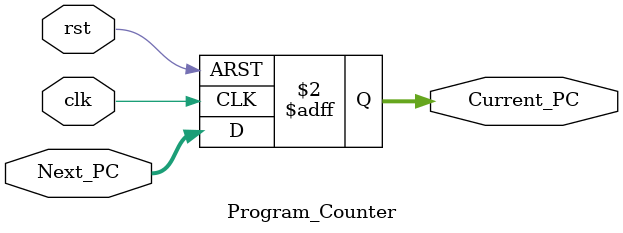
<source format=v>
module Program_Counter (
    input [31:0] Next_PC,
    input rst, clk,
    output reg [31:0] Current_PC
);
    
    always @(posedge clk or posedge rst) // asynchronous reset, PC will reset regardless of th clk
        begin
            if (rst) 
                begin
                    Current_PC <= 32'd0;
                end
            else 
                begin
                    Current_PC <= Next_PC;
                end
        end

endmodule
</source>
